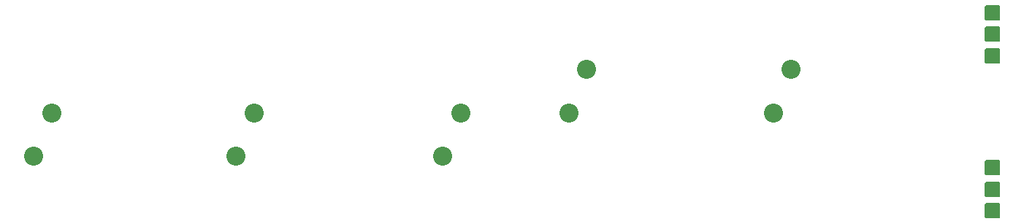
<source format=gts>
G04 Layer: TopSolderMaskLayer*
G04 EasyEDA v6.5.34, 2023-08-17 23:02:58*
G04 80a5892e81db4367b3f60eb2337eeb35,8ef1d5b344d144c2b0b16805c6f0e890,10*
G04 Gerber Generator version 0.2*
G04 Scale: 100 percent, Rotated: No, Reflected: No *
G04 Dimensions in millimeters *
G04 leading zeros omitted , absolute positions ,4 integer and 5 decimal *
%FSLAX45Y45*%
%MOMM*%

%AMMACRO1*1,1,$1,$2,$3*1,1,$1,$4,$5*1,1,$1,0-$2,0-$3*1,1,$1,0-$4,0-$5*20,1,$1,$2,$3,$4,$5,0*20,1,$1,$4,$5,0-$2,0-$3,0*20,1,$1,0-$2,0-$3,0-$4,0-$5,0*20,1,$1,0-$4,0-$5,$2,$3,0*4,1,4,$2,$3,$4,$5,0-$2,0-$3,0-$4,0-$5,$2,$3,0*%
%ADD10C,2.2032*%
%ADD11MACRO1,0.2032X0.7874X0.7874X0.7874X-0.7874*%

%LPD*%
D10*
G01*
X11210010Y-1459992D03*
G01*
X11419992Y-959993D03*
G01*
X8840012Y-1459992D03*
G01*
X9049994Y-959993D03*
G01*
X7590002Y-1460017D03*
G01*
X7380020Y-1960016D03*
G01*
X5190007Y-1459992D03*
G01*
X4980025Y-1959990D03*
G01*
X2850006Y-1459992D03*
G01*
X2640025Y-1959990D03*
D11*
G01*
X13750010Y-550011D03*
G01*
X13750010Y-799998D03*
G01*
X13750000Y-2099995D03*
G01*
X13750010Y-2350000D03*
G01*
X13750010Y-2599999D03*
G01*
X13750000Y-299999D03*
M02*

</source>
